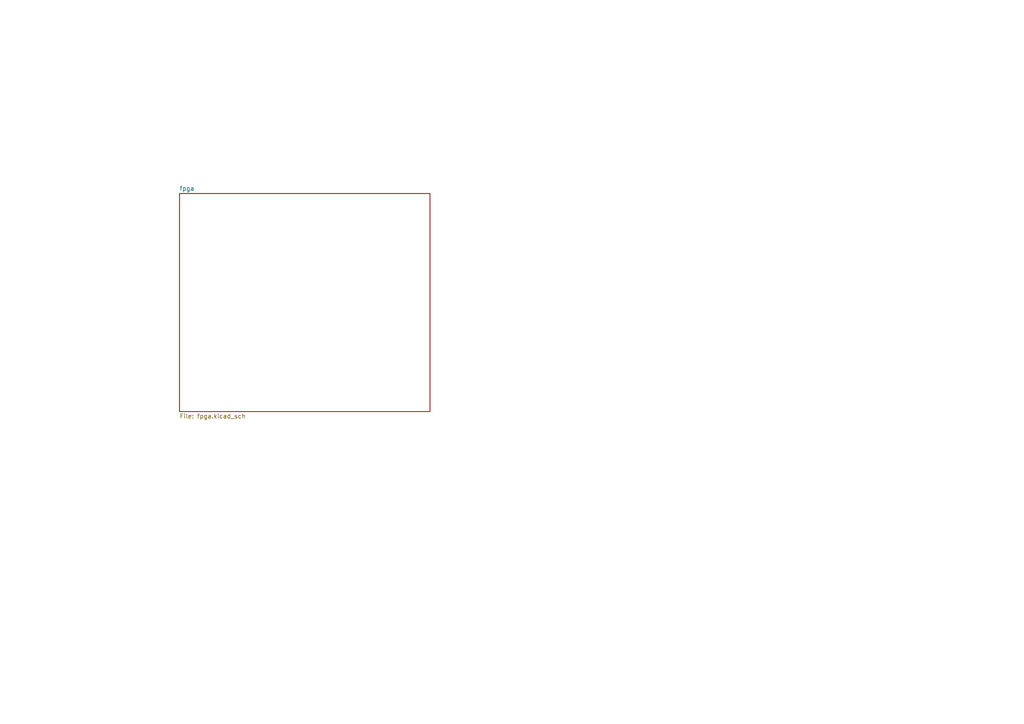
<source format=kicad_sch>
(kicad_sch
	(version 20250114)
	(generator "eeschema")
	(generator_version "9.0")
	(uuid "5402d427-36c4-4041-94a6-e9a4a4912cf1")
	(paper "A4")
	(lib_symbols)
	(sheet
		(at 52.07 56.134)
		(size 72.644 63.246)
		(exclude_from_sim no)
		(in_bom yes)
		(on_board yes)
		(dnp no)
		(fields_autoplaced yes)
		(stroke
			(width 0.1524)
			(type solid)
		)
		(fill
			(color 0 0 0 0.0000)
		)
		(uuid "3b830758-c82d-48f6-852d-dbae42ef6180")
		(property "Sheetname" "fpga"
			(at 52.07 55.4224 0)
			(effects
				(font
					(size 1.27 1.27)
				)
				(justify left bottom)
			)
		)
		(property "Sheetfile" "fpga.kicad_sch"
			(at 52.07 119.9646 0)
			(effects
				(font
					(size 1.27 1.27)
				)
				(justify left top)
			)
		)
		(instances
			(project "modular-carrier-board"
				(path "/5402d427-36c4-4041-94a6-e9a4a4912cf1"
					(page "2")
				)
			)
		)
	)
	(sheet_instances
		(path "/"
			(page "1")
		)
	)
	(embedded_fonts no)
)

</source>
